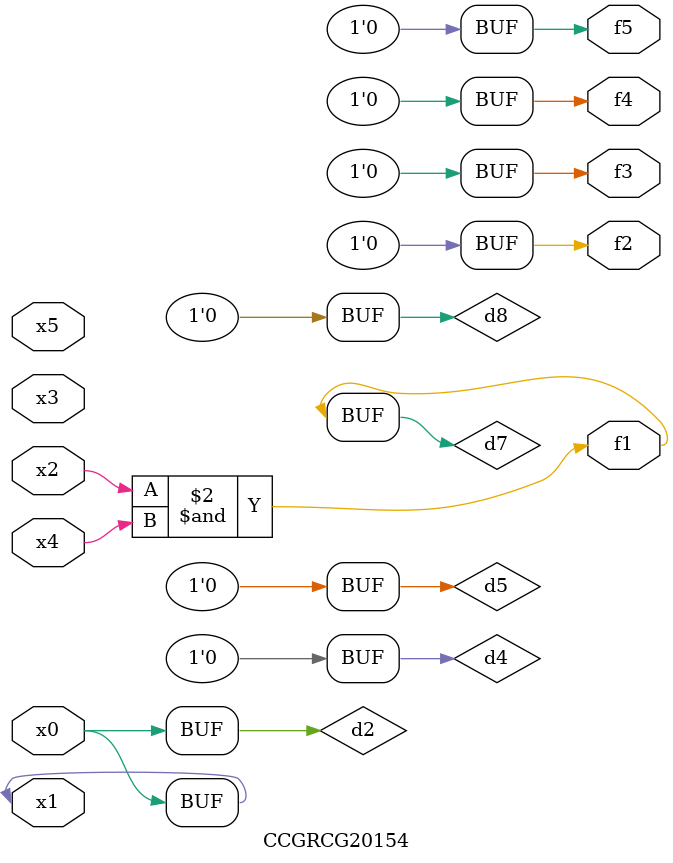
<source format=v>
module CCGRCG20154(
	input x0, x1, x2, x3, x4, x5,
	output f1, f2, f3, f4, f5
);

	wire d1, d2, d3, d4, d5, d6, d7, d8, d9;

	nand (d1, x1);
	buf (d2, x0, x1);
	nand (d3, x2, x4);
	and (d4, d1, d2);
	and (d5, d1, d2);
	nand (d6, d1, d3);
	not (d7, d3);
	xor (d8, d5);
	nor (d9, d5, d6);
	assign f1 = d7;
	assign f2 = d8;
	assign f3 = d8;
	assign f4 = d8;
	assign f5 = d8;
endmodule

</source>
